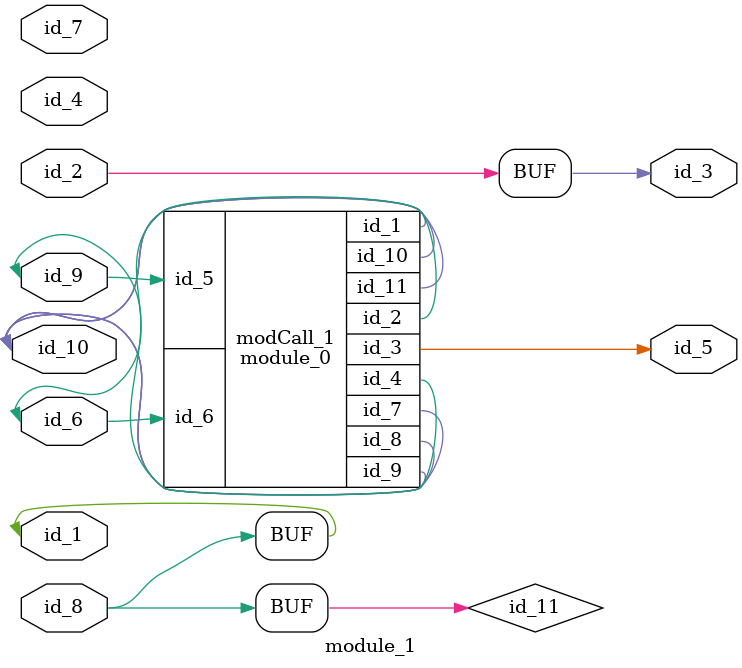
<source format=v>
module module_0 (
    id_1,
    id_2,
    id_3,
    id_4,
    id_5,
    id_6,
    id_7,
    id_8,
    id_9,
    id_10,
    id_11
);
  inout wire id_11;
  output wire id_10;
  output wire id_9;
  output wire id_8;
  output wire id_7;
  input wire id_6;
  input wire id_5;
  output wire id_4;
  output wire id_3;
  inout wire id_2;
  output wire id_1;
  assign id_1 = id_11;
  wire id_12;
endmodule
module module_1 (
    id_1,
    id_2,
    id_3,
    id_4,
    id_5,
    id_6,
    id_7,
    id_8,
    id_9,
    id_10
);
  inout wire id_10;
  inout wire id_9;
  input wire id_8;
  input wire id_7;
  inout wire id_6;
  output wire id_5;
  inout wire id_4;
  output wire id_3;
  input wire id_2;
  inout wire id_1;
  assign id_1 = id_8;
  module_0 modCall_1 (
      id_10,
      id_6,
      id_5,
      id_9,
      id_9,
      id_6,
      id_10,
      id_10,
      id_10,
      id_10,
      id_10
  );
  assign id_3 = id_2;
  wire id_11 = id_8;
endmodule

</source>
